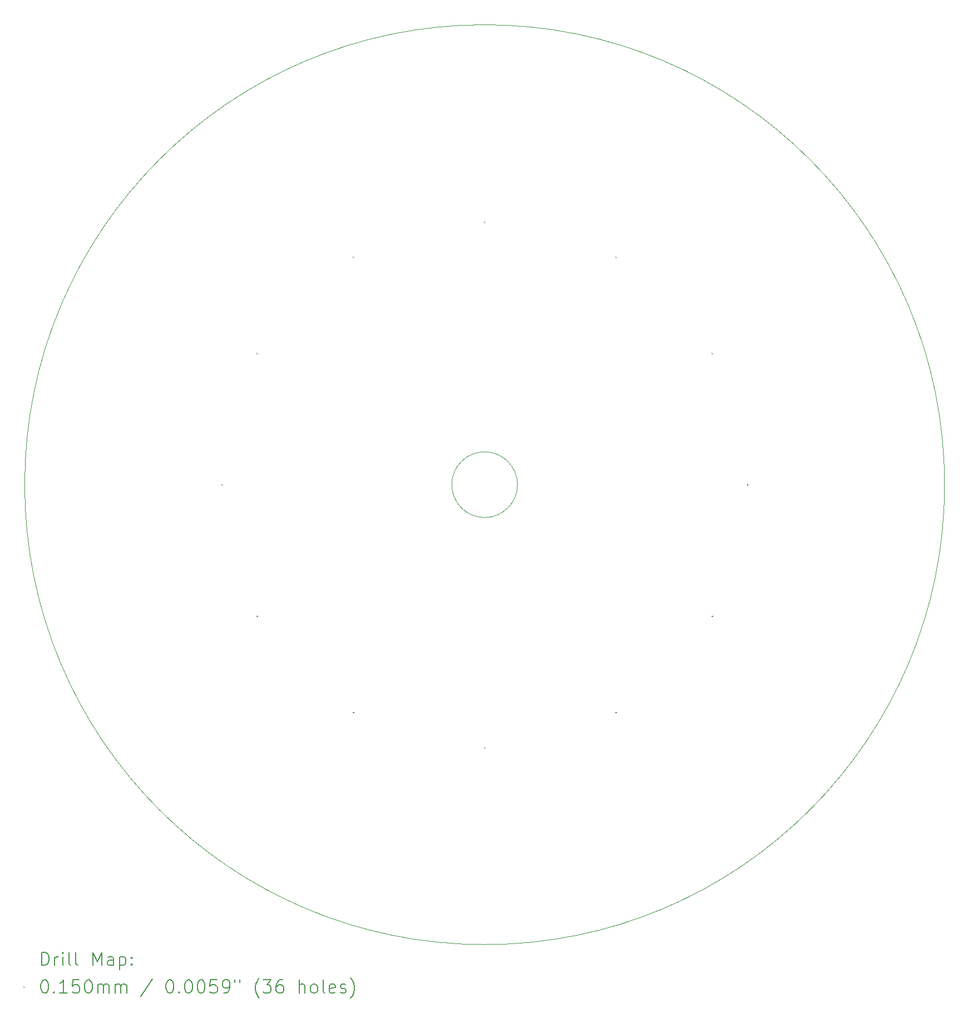
<source format=gbr>
%TF.GenerationSoftware,KiCad,Pcbnew,7.99.0-3356-g00904e8e23*%
%TF.CreationDate,2023-10-26T14:27:03+05:30*%
%TF.ProjectId,kimotor-project,6b696d6f-746f-4722-9d70-726f6a656374,rev?*%
%TF.SameCoordinates,Original*%
%TF.FileFunction,Drillmap*%
%TF.FilePolarity,Positive*%
%FSLAX45Y45*%
G04 Gerber Fmt 4.5, Leading zero omitted, Abs format (unit mm)*
G04 Created by KiCad (PCBNEW 7.99.0-3356-g00904e8e23) date 2023-10-26 14:27:03*
%MOMM*%
%LPD*%
G01*
G04 APERTURE LIST*
%ADD10C,0.100000*%
%ADD11C,0.200000*%
G04 APERTURE END LIST*
D10*
X500000Y0D02*
G75*
G02*
X500000Y0I-500000J0D01*
G01*
X7000000Y0D02*
G75*
G02*
X7000000Y0I-7000000J0D01*
G01*
X7000000Y0D02*
G75*
G02*
X7000000Y0I-7000000J0D01*
G01*
X500000Y0D02*
G75*
G02*
X500000Y0I-500000J0D01*
G01*
D11*
D10*
X-4007500Y7500D02*
X-3992500Y-7500D01*
X-3992500Y7500D02*
X-4007500Y-7500D01*
X-4007500Y7500D02*
X-3992500Y-7500D01*
X-3992500Y7500D02*
X-4007500Y-7500D01*
X-4007500Y7500D02*
X-3992500Y-7500D01*
X-3992500Y7500D02*
X-4007500Y-7500D01*
X-3471602Y2007500D02*
X-3456602Y1992500D01*
X-3456602Y2007500D02*
X-3471602Y1992500D01*
X-3471602Y2007500D02*
X-3456602Y1992500D01*
X-3456602Y2007500D02*
X-3471602Y1992500D01*
X-3471602Y2007500D02*
X-3456602Y1992500D01*
X-3456602Y2007500D02*
X-3471602Y1992500D01*
X-3471602Y-1992500D02*
X-3456602Y-2007500D01*
X-3456602Y-1992500D02*
X-3471602Y-2007500D01*
X-3471602Y-1992500D02*
X-3456602Y-2007500D01*
X-3456602Y-1992500D02*
X-3471602Y-2007500D01*
X-3471602Y-1992500D02*
X-3456602Y-2007500D01*
X-3456602Y-1992500D02*
X-3471602Y-2007500D01*
X-2007500Y3471602D02*
X-1992500Y3456602D01*
X-1992500Y3471602D02*
X-2007500Y3456602D01*
X-2007500Y3471602D02*
X-1992500Y3456602D01*
X-1992500Y3471602D02*
X-2007500Y3456602D01*
X-2007500Y3471602D02*
X-1992500Y3456602D01*
X-1992500Y3471602D02*
X-2007500Y3456602D01*
X-2007500Y-3456602D02*
X-1992500Y-3471602D01*
X-1992500Y-3456602D02*
X-2007500Y-3471602D01*
X-2007500Y-3456602D02*
X-1992500Y-3471602D01*
X-1992500Y-3456602D02*
X-2007500Y-3471602D01*
X-2007500Y-3456602D02*
X-1992500Y-3471602D01*
X-1992500Y-3456602D02*
X-2007500Y-3471602D01*
X-7500Y4007500D02*
X7500Y3992500D01*
X7500Y4007500D02*
X-7500Y3992500D01*
X-7500Y4007500D02*
X7500Y3992500D01*
X7500Y4007500D02*
X-7500Y3992500D01*
X-7500Y4007500D02*
X7500Y3992500D01*
X7500Y4007500D02*
X-7500Y3992500D01*
X-7500Y-3992500D02*
X7500Y-4007500D01*
X7500Y-3992500D02*
X-7500Y-4007500D01*
X-7500Y-3992500D02*
X7500Y-4007500D01*
X7500Y-3992500D02*
X-7500Y-4007500D01*
X-7500Y-3992500D02*
X7500Y-4007500D01*
X7500Y-3992500D02*
X-7500Y-4007500D01*
X1992500Y3471602D02*
X2007500Y3456602D01*
X2007500Y3471602D02*
X1992500Y3456602D01*
X1992500Y3471602D02*
X2007500Y3456602D01*
X2007500Y3471602D02*
X1992500Y3456602D01*
X1992500Y3471602D02*
X2007500Y3456602D01*
X2007500Y3471602D02*
X1992500Y3456602D01*
X1992500Y-3456602D02*
X2007500Y-3471602D01*
X2007500Y-3456602D02*
X1992500Y-3471602D01*
X1992500Y-3456602D02*
X2007500Y-3471602D01*
X2007500Y-3456602D02*
X1992500Y-3471602D01*
X1992500Y-3456602D02*
X2007500Y-3471602D01*
X2007500Y-3456602D02*
X1992500Y-3471602D01*
X3456602Y2007500D02*
X3471602Y1992500D01*
X3471602Y2007500D02*
X3456602Y1992500D01*
X3456602Y2007500D02*
X3471602Y1992500D01*
X3471602Y2007500D02*
X3456602Y1992500D01*
X3456602Y2007500D02*
X3471602Y1992500D01*
X3471602Y2007500D02*
X3456602Y1992500D01*
X3456602Y-1992500D02*
X3471602Y-2007500D01*
X3471602Y-1992500D02*
X3456602Y-2007500D01*
X3456602Y-1992500D02*
X3471602Y-2007500D01*
X3471602Y-1992500D02*
X3456602Y-2007500D01*
X3456602Y-1992500D02*
X3471602Y-2007500D01*
X3471602Y-1992500D02*
X3456602Y-2007500D01*
X3992500Y7500D02*
X4007500Y-7500D01*
X4007500Y7500D02*
X3992500Y-7500D01*
X3992500Y7500D02*
X4007500Y-7500D01*
X4007500Y7500D02*
X3992500Y-7500D01*
X3992500Y7500D02*
X4007500Y-7500D01*
X4007500Y7500D02*
X3992500Y-7500D01*
D11*
X-6744223Y-7316484D02*
X-6744223Y-7116484D01*
X-6744223Y-7116484D02*
X-6696604Y-7116484D01*
X-6696604Y-7116484D02*
X-6668033Y-7126008D01*
X-6668033Y-7126008D02*
X-6648985Y-7145055D01*
X-6648985Y-7145055D02*
X-6639461Y-7164103D01*
X-6639461Y-7164103D02*
X-6629937Y-7202198D01*
X-6629937Y-7202198D02*
X-6629937Y-7230769D01*
X-6629937Y-7230769D02*
X-6639461Y-7268865D01*
X-6639461Y-7268865D02*
X-6648985Y-7287912D01*
X-6648985Y-7287912D02*
X-6668033Y-7306960D01*
X-6668033Y-7306960D02*
X-6696604Y-7316484D01*
X-6696604Y-7316484D02*
X-6744223Y-7316484D01*
X-6544223Y-7316484D02*
X-6544223Y-7183150D01*
X-6544223Y-7221246D02*
X-6534699Y-7202198D01*
X-6534699Y-7202198D02*
X-6525175Y-7192674D01*
X-6525175Y-7192674D02*
X-6506128Y-7183150D01*
X-6506128Y-7183150D02*
X-6487080Y-7183150D01*
X-6420414Y-7316484D02*
X-6420414Y-7183150D01*
X-6420414Y-7116484D02*
X-6429937Y-7126008D01*
X-6429937Y-7126008D02*
X-6420414Y-7135531D01*
X-6420414Y-7135531D02*
X-6410890Y-7126008D01*
X-6410890Y-7126008D02*
X-6420414Y-7116484D01*
X-6420414Y-7116484D02*
X-6420414Y-7135531D01*
X-6296604Y-7316484D02*
X-6315652Y-7306960D01*
X-6315652Y-7306960D02*
X-6325175Y-7287912D01*
X-6325175Y-7287912D02*
X-6325175Y-7116484D01*
X-6191842Y-7316484D02*
X-6210890Y-7306960D01*
X-6210890Y-7306960D02*
X-6220414Y-7287912D01*
X-6220414Y-7287912D02*
X-6220414Y-7116484D01*
X-5963271Y-7316484D02*
X-5963271Y-7116484D01*
X-5963271Y-7116484D02*
X-5896604Y-7259341D01*
X-5896604Y-7259341D02*
X-5829937Y-7116484D01*
X-5829937Y-7116484D02*
X-5829937Y-7316484D01*
X-5648985Y-7316484D02*
X-5648985Y-7211722D01*
X-5648985Y-7211722D02*
X-5658509Y-7192674D01*
X-5658509Y-7192674D02*
X-5677556Y-7183150D01*
X-5677556Y-7183150D02*
X-5715652Y-7183150D01*
X-5715652Y-7183150D02*
X-5734699Y-7192674D01*
X-5648985Y-7306960D02*
X-5668033Y-7316484D01*
X-5668033Y-7316484D02*
X-5715652Y-7316484D01*
X-5715652Y-7316484D02*
X-5734699Y-7306960D01*
X-5734699Y-7306960D02*
X-5744223Y-7287912D01*
X-5744223Y-7287912D02*
X-5744223Y-7268865D01*
X-5744223Y-7268865D02*
X-5734699Y-7249817D01*
X-5734699Y-7249817D02*
X-5715652Y-7240293D01*
X-5715652Y-7240293D02*
X-5668033Y-7240293D01*
X-5668033Y-7240293D02*
X-5648985Y-7230769D01*
X-5553747Y-7183150D02*
X-5553747Y-7383150D01*
X-5553747Y-7192674D02*
X-5534699Y-7183150D01*
X-5534699Y-7183150D02*
X-5496604Y-7183150D01*
X-5496604Y-7183150D02*
X-5477556Y-7192674D01*
X-5477556Y-7192674D02*
X-5468033Y-7202198D01*
X-5468033Y-7202198D02*
X-5458509Y-7221246D01*
X-5458509Y-7221246D02*
X-5458509Y-7278388D01*
X-5458509Y-7278388D02*
X-5468033Y-7297436D01*
X-5468033Y-7297436D02*
X-5477556Y-7306960D01*
X-5477556Y-7306960D02*
X-5496604Y-7316484D01*
X-5496604Y-7316484D02*
X-5534699Y-7316484D01*
X-5534699Y-7316484D02*
X-5553747Y-7306960D01*
X-5372795Y-7297436D02*
X-5363271Y-7306960D01*
X-5363271Y-7306960D02*
X-5372795Y-7316484D01*
X-5372795Y-7316484D02*
X-5382318Y-7306960D01*
X-5382318Y-7306960D02*
X-5372795Y-7297436D01*
X-5372795Y-7297436D02*
X-5372795Y-7316484D01*
X-5372795Y-7192674D02*
X-5363271Y-7202198D01*
X-5363271Y-7202198D02*
X-5372795Y-7211722D01*
X-5372795Y-7211722D02*
X-5382318Y-7202198D01*
X-5382318Y-7202198D02*
X-5372795Y-7192674D01*
X-5372795Y-7192674D02*
X-5372795Y-7211722D01*
D10*
X-7020000Y-7637500D02*
X-7005000Y-7652500D01*
X-7005000Y-7637500D02*
X-7020000Y-7652500D01*
D11*
X-6706128Y-7536484D02*
X-6687080Y-7536484D01*
X-6687080Y-7536484D02*
X-6668033Y-7546008D01*
X-6668033Y-7546008D02*
X-6658509Y-7555531D01*
X-6658509Y-7555531D02*
X-6648985Y-7574579D01*
X-6648985Y-7574579D02*
X-6639461Y-7612674D01*
X-6639461Y-7612674D02*
X-6639461Y-7660293D01*
X-6639461Y-7660293D02*
X-6648985Y-7698388D01*
X-6648985Y-7698388D02*
X-6658509Y-7717436D01*
X-6658509Y-7717436D02*
X-6668033Y-7726960D01*
X-6668033Y-7726960D02*
X-6687080Y-7736484D01*
X-6687080Y-7736484D02*
X-6706128Y-7736484D01*
X-6706128Y-7736484D02*
X-6725175Y-7726960D01*
X-6725175Y-7726960D02*
X-6734699Y-7717436D01*
X-6734699Y-7717436D02*
X-6744223Y-7698388D01*
X-6744223Y-7698388D02*
X-6753747Y-7660293D01*
X-6753747Y-7660293D02*
X-6753747Y-7612674D01*
X-6753747Y-7612674D02*
X-6744223Y-7574579D01*
X-6744223Y-7574579D02*
X-6734699Y-7555531D01*
X-6734699Y-7555531D02*
X-6725175Y-7546008D01*
X-6725175Y-7546008D02*
X-6706128Y-7536484D01*
X-6553747Y-7717436D02*
X-6544223Y-7726960D01*
X-6544223Y-7726960D02*
X-6553747Y-7736484D01*
X-6553747Y-7736484D02*
X-6563271Y-7726960D01*
X-6563271Y-7726960D02*
X-6553747Y-7717436D01*
X-6553747Y-7717436D02*
X-6553747Y-7736484D01*
X-6353747Y-7736484D02*
X-6468033Y-7736484D01*
X-6410890Y-7736484D02*
X-6410890Y-7536484D01*
X-6410890Y-7536484D02*
X-6429937Y-7565055D01*
X-6429937Y-7565055D02*
X-6448985Y-7584103D01*
X-6448985Y-7584103D02*
X-6468033Y-7593627D01*
X-6172794Y-7536484D02*
X-6268033Y-7536484D01*
X-6268033Y-7536484D02*
X-6277556Y-7631722D01*
X-6277556Y-7631722D02*
X-6268033Y-7622198D01*
X-6268033Y-7622198D02*
X-6248985Y-7612674D01*
X-6248985Y-7612674D02*
X-6201366Y-7612674D01*
X-6201366Y-7612674D02*
X-6182318Y-7622198D01*
X-6182318Y-7622198D02*
X-6172794Y-7631722D01*
X-6172794Y-7631722D02*
X-6163271Y-7650769D01*
X-6163271Y-7650769D02*
X-6163271Y-7698388D01*
X-6163271Y-7698388D02*
X-6172794Y-7717436D01*
X-6172794Y-7717436D02*
X-6182318Y-7726960D01*
X-6182318Y-7726960D02*
X-6201366Y-7736484D01*
X-6201366Y-7736484D02*
X-6248985Y-7736484D01*
X-6248985Y-7736484D02*
X-6268033Y-7726960D01*
X-6268033Y-7726960D02*
X-6277556Y-7717436D01*
X-6039461Y-7536484D02*
X-6020413Y-7536484D01*
X-6020413Y-7536484D02*
X-6001366Y-7546008D01*
X-6001366Y-7546008D02*
X-5991842Y-7555531D01*
X-5991842Y-7555531D02*
X-5982318Y-7574579D01*
X-5982318Y-7574579D02*
X-5972794Y-7612674D01*
X-5972794Y-7612674D02*
X-5972794Y-7660293D01*
X-5972794Y-7660293D02*
X-5982318Y-7698388D01*
X-5982318Y-7698388D02*
X-5991842Y-7717436D01*
X-5991842Y-7717436D02*
X-6001366Y-7726960D01*
X-6001366Y-7726960D02*
X-6020413Y-7736484D01*
X-6020413Y-7736484D02*
X-6039461Y-7736484D01*
X-6039461Y-7736484D02*
X-6058509Y-7726960D01*
X-6058509Y-7726960D02*
X-6068033Y-7717436D01*
X-6068033Y-7717436D02*
X-6077556Y-7698388D01*
X-6077556Y-7698388D02*
X-6087080Y-7660293D01*
X-6087080Y-7660293D02*
X-6087080Y-7612674D01*
X-6087080Y-7612674D02*
X-6077556Y-7574579D01*
X-6077556Y-7574579D02*
X-6068033Y-7555531D01*
X-6068033Y-7555531D02*
X-6058509Y-7546008D01*
X-6058509Y-7546008D02*
X-6039461Y-7536484D01*
X-5887080Y-7736484D02*
X-5887080Y-7603150D01*
X-5887080Y-7622198D02*
X-5877556Y-7612674D01*
X-5877556Y-7612674D02*
X-5858509Y-7603150D01*
X-5858509Y-7603150D02*
X-5829937Y-7603150D01*
X-5829937Y-7603150D02*
X-5810890Y-7612674D01*
X-5810890Y-7612674D02*
X-5801366Y-7631722D01*
X-5801366Y-7631722D02*
X-5801366Y-7736484D01*
X-5801366Y-7631722D02*
X-5791842Y-7612674D01*
X-5791842Y-7612674D02*
X-5772794Y-7603150D01*
X-5772794Y-7603150D02*
X-5744223Y-7603150D01*
X-5744223Y-7603150D02*
X-5725175Y-7612674D01*
X-5725175Y-7612674D02*
X-5715652Y-7631722D01*
X-5715652Y-7631722D02*
X-5715652Y-7736484D01*
X-5620413Y-7736484D02*
X-5620413Y-7603150D01*
X-5620413Y-7622198D02*
X-5610890Y-7612674D01*
X-5610890Y-7612674D02*
X-5591842Y-7603150D01*
X-5591842Y-7603150D02*
X-5563271Y-7603150D01*
X-5563271Y-7603150D02*
X-5544223Y-7612674D01*
X-5544223Y-7612674D02*
X-5534699Y-7631722D01*
X-5534699Y-7631722D02*
X-5534699Y-7736484D01*
X-5534699Y-7631722D02*
X-5525175Y-7612674D01*
X-5525175Y-7612674D02*
X-5506128Y-7603150D01*
X-5506128Y-7603150D02*
X-5477556Y-7603150D01*
X-5477556Y-7603150D02*
X-5458509Y-7612674D01*
X-5458509Y-7612674D02*
X-5448985Y-7631722D01*
X-5448985Y-7631722D02*
X-5448985Y-7736484D01*
X-5058509Y-7526960D02*
X-5229937Y-7784103D01*
X-4801366Y-7536484D02*
X-4782318Y-7536484D01*
X-4782318Y-7536484D02*
X-4763271Y-7546008D01*
X-4763271Y-7546008D02*
X-4753747Y-7555531D01*
X-4753747Y-7555531D02*
X-4744223Y-7574579D01*
X-4744223Y-7574579D02*
X-4734699Y-7612674D01*
X-4734699Y-7612674D02*
X-4734699Y-7660293D01*
X-4734699Y-7660293D02*
X-4744223Y-7698388D01*
X-4744223Y-7698388D02*
X-4753747Y-7717436D01*
X-4753747Y-7717436D02*
X-4763271Y-7726960D01*
X-4763271Y-7726960D02*
X-4782318Y-7736484D01*
X-4782318Y-7736484D02*
X-4801366Y-7736484D01*
X-4801366Y-7736484D02*
X-4820413Y-7726960D01*
X-4820413Y-7726960D02*
X-4829937Y-7717436D01*
X-4829937Y-7717436D02*
X-4839461Y-7698388D01*
X-4839461Y-7698388D02*
X-4848985Y-7660293D01*
X-4848985Y-7660293D02*
X-4848985Y-7612674D01*
X-4848985Y-7612674D02*
X-4839461Y-7574579D01*
X-4839461Y-7574579D02*
X-4829937Y-7555531D01*
X-4829937Y-7555531D02*
X-4820413Y-7546008D01*
X-4820413Y-7546008D02*
X-4801366Y-7536484D01*
X-4648985Y-7717436D02*
X-4639461Y-7726960D01*
X-4639461Y-7726960D02*
X-4648985Y-7736484D01*
X-4648985Y-7736484D02*
X-4658509Y-7726960D01*
X-4658509Y-7726960D02*
X-4648985Y-7717436D01*
X-4648985Y-7717436D02*
X-4648985Y-7736484D01*
X-4515652Y-7536484D02*
X-4496604Y-7536484D01*
X-4496604Y-7536484D02*
X-4477556Y-7546008D01*
X-4477556Y-7546008D02*
X-4468032Y-7555531D01*
X-4468032Y-7555531D02*
X-4458509Y-7574579D01*
X-4458509Y-7574579D02*
X-4448985Y-7612674D01*
X-4448985Y-7612674D02*
X-4448985Y-7660293D01*
X-4448985Y-7660293D02*
X-4458509Y-7698388D01*
X-4458509Y-7698388D02*
X-4468032Y-7717436D01*
X-4468032Y-7717436D02*
X-4477556Y-7726960D01*
X-4477556Y-7726960D02*
X-4496604Y-7736484D01*
X-4496604Y-7736484D02*
X-4515652Y-7736484D01*
X-4515652Y-7736484D02*
X-4534699Y-7726960D01*
X-4534699Y-7726960D02*
X-4544223Y-7717436D01*
X-4544223Y-7717436D02*
X-4553747Y-7698388D01*
X-4553747Y-7698388D02*
X-4563271Y-7660293D01*
X-4563271Y-7660293D02*
X-4563271Y-7612674D01*
X-4563271Y-7612674D02*
X-4553747Y-7574579D01*
X-4553747Y-7574579D02*
X-4544223Y-7555531D01*
X-4544223Y-7555531D02*
X-4534699Y-7546008D01*
X-4534699Y-7546008D02*
X-4515652Y-7536484D01*
X-4325175Y-7536484D02*
X-4306128Y-7536484D01*
X-4306128Y-7536484D02*
X-4287080Y-7546008D01*
X-4287080Y-7546008D02*
X-4277556Y-7555531D01*
X-4277556Y-7555531D02*
X-4268032Y-7574579D01*
X-4268032Y-7574579D02*
X-4258509Y-7612674D01*
X-4258509Y-7612674D02*
X-4258509Y-7660293D01*
X-4258509Y-7660293D02*
X-4268032Y-7698388D01*
X-4268032Y-7698388D02*
X-4277556Y-7717436D01*
X-4277556Y-7717436D02*
X-4287080Y-7726960D01*
X-4287080Y-7726960D02*
X-4306128Y-7736484D01*
X-4306128Y-7736484D02*
X-4325175Y-7736484D01*
X-4325175Y-7736484D02*
X-4344223Y-7726960D01*
X-4344223Y-7726960D02*
X-4353747Y-7717436D01*
X-4353747Y-7717436D02*
X-4363271Y-7698388D01*
X-4363271Y-7698388D02*
X-4372794Y-7660293D01*
X-4372794Y-7660293D02*
X-4372794Y-7612674D01*
X-4372794Y-7612674D02*
X-4363271Y-7574579D01*
X-4363271Y-7574579D02*
X-4353747Y-7555531D01*
X-4353747Y-7555531D02*
X-4344223Y-7546008D01*
X-4344223Y-7546008D02*
X-4325175Y-7536484D01*
X-4077556Y-7536484D02*
X-4172794Y-7536484D01*
X-4172794Y-7536484D02*
X-4182318Y-7631722D01*
X-4182318Y-7631722D02*
X-4172794Y-7622198D01*
X-4172794Y-7622198D02*
X-4153747Y-7612674D01*
X-4153747Y-7612674D02*
X-4106128Y-7612674D01*
X-4106128Y-7612674D02*
X-4087080Y-7622198D01*
X-4087080Y-7622198D02*
X-4077556Y-7631722D01*
X-4077556Y-7631722D02*
X-4068032Y-7650769D01*
X-4068032Y-7650769D02*
X-4068032Y-7698388D01*
X-4068032Y-7698388D02*
X-4077556Y-7717436D01*
X-4077556Y-7717436D02*
X-4087080Y-7726960D01*
X-4087080Y-7726960D02*
X-4106128Y-7736484D01*
X-4106128Y-7736484D02*
X-4153747Y-7736484D01*
X-4153747Y-7736484D02*
X-4172794Y-7726960D01*
X-4172794Y-7726960D02*
X-4182318Y-7717436D01*
X-3972794Y-7736484D02*
X-3934699Y-7736484D01*
X-3934699Y-7736484D02*
X-3915651Y-7726960D01*
X-3915651Y-7726960D02*
X-3906128Y-7717436D01*
X-3906128Y-7717436D02*
X-3887080Y-7688865D01*
X-3887080Y-7688865D02*
X-3877556Y-7650769D01*
X-3877556Y-7650769D02*
X-3877556Y-7574579D01*
X-3877556Y-7574579D02*
X-3887080Y-7555531D01*
X-3887080Y-7555531D02*
X-3896604Y-7546008D01*
X-3896604Y-7546008D02*
X-3915651Y-7536484D01*
X-3915651Y-7536484D02*
X-3953747Y-7536484D01*
X-3953747Y-7536484D02*
X-3972794Y-7546008D01*
X-3972794Y-7546008D02*
X-3982318Y-7555531D01*
X-3982318Y-7555531D02*
X-3991842Y-7574579D01*
X-3991842Y-7574579D02*
X-3991842Y-7622198D01*
X-3991842Y-7622198D02*
X-3982318Y-7641246D01*
X-3982318Y-7641246D02*
X-3972794Y-7650769D01*
X-3972794Y-7650769D02*
X-3953747Y-7660293D01*
X-3953747Y-7660293D02*
X-3915651Y-7660293D01*
X-3915651Y-7660293D02*
X-3896604Y-7650769D01*
X-3896604Y-7650769D02*
X-3887080Y-7641246D01*
X-3887080Y-7641246D02*
X-3877556Y-7622198D01*
X-3801366Y-7536484D02*
X-3801366Y-7574579D01*
X-3725175Y-7536484D02*
X-3725175Y-7574579D01*
X-3429937Y-7812674D02*
X-3439461Y-7803150D01*
X-3439461Y-7803150D02*
X-3458508Y-7774579D01*
X-3458508Y-7774579D02*
X-3468032Y-7755531D01*
X-3468032Y-7755531D02*
X-3477556Y-7726960D01*
X-3477556Y-7726960D02*
X-3487080Y-7679341D01*
X-3487080Y-7679341D02*
X-3487080Y-7641246D01*
X-3487080Y-7641246D02*
X-3477556Y-7593627D01*
X-3477556Y-7593627D02*
X-3468032Y-7565055D01*
X-3468032Y-7565055D02*
X-3458508Y-7546008D01*
X-3458508Y-7546008D02*
X-3439461Y-7517436D01*
X-3439461Y-7517436D02*
X-3429937Y-7507912D01*
X-3372794Y-7536484D02*
X-3248985Y-7536484D01*
X-3248985Y-7536484D02*
X-3315651Y-7612674D01*
X-3315651Y-7612674D02*
X-3287080Y-7612674D01*
X-3287080Y-7612674D02*
X-3268032Y-7622198D01*
X-3268032Y-7622198D02*
X-3258508Y-7631722D01*
X-3258508Y-7631722D02*
X-3248985Y-7650769D01*
X-3248985Y-7650769D02*
X-3248985Y-7698388D01*
X-3248985Y-7698388D02*
X-3258508Y-7717436D01*
X-3258508Y-7717436D02*
X-3268032Y-7726960D01*
X-3268032Y-7726960D02*
X-3287080Y-7736484D01*
X-3287080Y-7736484D02*
X-3344223Y-7736484D01*
X-3344223Y-7736484D02*
X-3363270Y-7726960D01*
X-3363270Y-7726960D02*
X-3372794Y-7717436D01*
X-3077556Y-7536484D02*
X-3115651Y-7536484D01*
X-3115651Y-7536484D02*
X-3134699Y-7546008D01*
X-3134699Y-7546008D02*
X-3144223Y-7555531D01*
X-3144223Y-7555531D02*
X-3163270Y-7584103D01*
X-3163270Y-7584103D02*
X-3172794Y-7622198D01*
X-3172794Y-7622198D02*
X-3172794Y-7698388D01*
X-3172794Y-7698388D02*
X-3163270Y-7717436D01*
X-3163270Y-7717436D02*
X-3153747Y-7726960D01*
X-3153747Y-7726960D02*
X-3134699Y-7736484D01*
X-3134699Y-7736484D02*
X-3096604Y-7736484D01*
X-3096604Y-7736484D02*
X-3077556Y-7726960D01*
X-3077556Y-7726960D02*
X-3068032Y-7717436D01*
X-3068032Y-7717436D02*
X-3058508Y-7698388D01*
X-3058508Y-7698388D02*
X-3058508Y-7650769D01*
X-3058508Y-7650769D02*
X-3068032Y-7631722D01*
X-3068032Y-7631722D02*
X-3077556Y-7622198D01*
X-3077556Y-7622198D02*
X-3096604Y-7612674D01*
X-3096604Y-7612674D02*
X-3134699Y-7612674D01*
X-3134699Y-7612674D02*
X-3153747Y-7622198D01*
X-3153747Y-7622198D02*
X-3163270Y-7631722D01*
X-3163270Y-7631722D02*
X-3172794Y-7650769D01*
X-2820413Y-7736484D02*
X-2820413Y-7536484D01*
X-2734699Y-7736484D02*
X-2734699Y-7631722D01*
X-2734699Y-7631722D02*
X-2744223Y-7612674D01*
X-2744223Y-7612674D02*
X-2763270Y-7603150D01*
X-2763270Y-7603150D02*
X-2791842Y-7603150D01*
X-2791842Y-7603150D02*
X-2810889Y-7612674D01*
X-2810889Y-7612674D02*
X-2820413Y-7622198D01*
X-2610889Y-7736484D02*
X-2629937Y-7726960D01*
X-2629937Y-7726960D02*
X-2639461Y-7717436D01*
X-2639461Y-7717436D02*
X-2648985Y-7698388D01*
X-2648985Y-7698388D02*
X-2648985Y-7641246D01*
X-2648985Y-7641246D02*
X-2639461Y-7622198D01*
X-2639461Y-7622198D02*
X-2629937Y-7612674D01*
X-2629937Y-7612674D02*
X-2610889Y-7603150D01*
X-2610889Y-7603150D02*
X-2582318Y-7603150D01*
X-2582318Y-7603150D02*
X-2563270Y-7612674D01*
X-2563270Y-7612674D02*
X-2553747Y-7622198D01*
X-2553747Y-7622198D02*
X-2544223Y-7641246D01*
X-2544223Y-7641246D02*
X-2544223Y-7698388D01*
X-2544223Y-7698388D02*
X-2553747Y-7717436D01*
X-2553747Y-7717436D02*
X-2563270Y-7726960D01*
X-2563270Y-7726960D02*
X-2582318Y-7736484D01*
X-2582318Y-7736484D02*
X-2610889Y-7736484D01*
X-2429937Y-7736484D02*
X-2448985Y-7726960D01*
X-2448985Y-7726960D02*
X-2458508Y-7707912D01*
X-2458508Y-7707912D02*
X-2458508Y-7536484D01*
X-2277556Y-7726960D02*
X-2296604Y-7736484D01*
X-2296604Y-7736484D02*
X-2334699Y-7736484D01*
X-2334699Y-7736484D02*
X-2353747Y-7726960D01*
X-2353747Y-7726960D02*
X-2363270Y-7707912D01*
X-2363270Y-7707912D02*
X-2363270Y-7631722D01*
X-2363270Y-7631722D02*
X-2353747Y-7612674D01*
X-2353747Y-7612674D02*
X-2334699Y-7603150D01*
X-2334699Y-7603150D02*
X-2296604Y-7603150D01*
X-2296604Y-7603150D02*
X-2277556Y-7612674D01*
X-2277556Y-7612674D02*
X-2268032Y-7631722D01*
X-2268032Y-7631722D02*
X-2268032Y-7650769D01*
X-2268032Y-7650769D02*
X-2363270Y-7669817D01*
X-2191842Y-7726960D02*
X-2172794Y-7736484D01*
X-2172794Y-7736484D02*
X-2134699Y-7736484D01*
X-2134699Y-7736484D02*
X-2115651Y-7726960D01*
X-2115651Y-7726960D02*
X-2106127Y-7707912D01*
X-2106127Y-7707912D02*
X-2106127Y-7698388D01*
X-2106127Y-7698388D02*
X-2115651Y-7679341D01*
X-2115651Y-7679341D02*
X-2134699Y-7669817D01*
X-2134699Y-7669817D02*
X-2163270Y-7669817D01*
X-2163270Y-7669817D02*
X-2182318Y-7660293D01*
X-2182318Y-7660293D02*
X-2191842Y-7641246D01*
X-2191842Y-7641246D02*
X-2191842Y-7631722D01*
X-2191842Y-7631722D02*
X-2182318Y-7612674D01*
X-2182318Y-7612674D02*
X-2163270Y-7603150D01*
X-2163270Y-7603150D02*
X-2134699Y-7603150D01*
X-2134699Y-7603150D02*
X-2115651Y-7612674D01*
X-2039461Y-7812674D02*
X-2029937Y-7803150D01*
X-2029937Y-7803150D02*
X-2010889Y-7774579D01*
X-2010889Y-7774579D02*
X-2001365Y-7755531D01*
X-2001365Y-7755531D02*
X-1991842Y-7726960D01*
X-1991842Y-7726960D02*
X-1982318Y-7679341D01*
X-1982318Y-7679341D02*
X-1982318Y-7641246D01*
X-1982318Y-7641246D02*
X-1991842Y-7593627D01*
X-1991842Y-7593627D02*
X-2001365Y-7565055D01*
X-2001365Y-7565055D02*
X-2010889Y-7546008D01*
X-2010889Y-7546008D02*
X-2029937Y-7517436D01*
X-2029937Y-7517436D02*
X-2039461Y-7507912D01*
M02*

</source>
